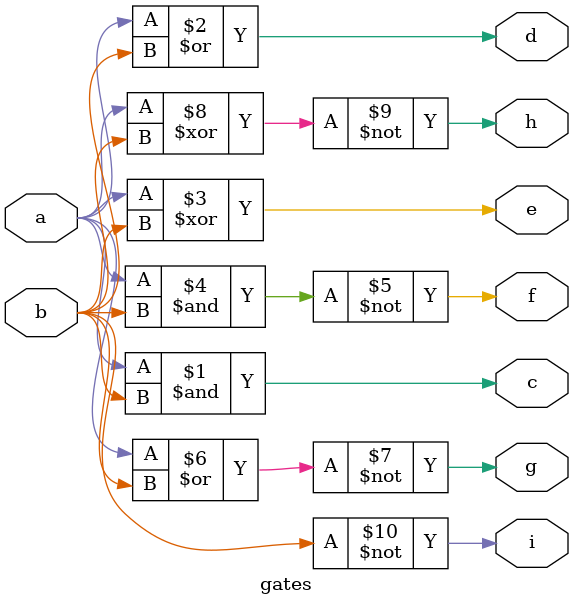
<source format=v>
module gates(

input a,b,

output c,d,e,f,g,h,i);

assign c= a&b;
assign d= a|b;
assign e= a^b;
assign f= ~(a&b);
assign g= ~(a|b);
assign h= ~(a^b);
assign i= ~b;

endmodule

</source>
